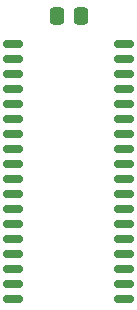
<source format=gtp>
G04 #@! TF.GenerationSoftware,KiCad,Pcbnew,(6.0.11-0)*
G04 #@! TF.CreationDate,2023-06-06T19:26:52+02:00*
G04 #@! TF.ProjectId,soj36_to_dip,736f6a33-365f-4746-9f5f-6469702e6b69,rev?*
G04 #@! TF.SameCoordinates,Original*
G04 #@! TF.FileFunction,Paste,Top*
G04 #@! TF.FilePolarity,Positive*
%FSLAX46Y46*%
G04 Gerber Fmt 4.6, Leading zero omitted, Abs format (unit mm)*
G04 Created by KiCad (PCBNEW (6.0.11-0)) date 2023-06-06 19:26:52*
%MOMM*%
%LPD*%
G01*
G04 APERTURE LIST*
G04 Aperture macros list*
%AMRoundRect*
0 Rectangle with rounded corners*
0 $1 Rounding radius*
0 $2 $3 $4 $5 $6 $7 $8 $9 X,Y pos of 4 corners*
0 Add a 4 corners polygon primitive as box body*
4,1,4,$2,$3,$4,$5,$6,$7,$8,$9,$2,$3,0*
0 Add four circle primitives for the rounded corners*
1,1,$1+$1,$2,$3*
1,1,$1+$1,$4,$5*
1,1,$1+$1,$6,$7*
1,1,$1+$1,$8,$9*
0 Add four rect primitives between the rounded corners*
20,1,$1+$1,$2,$3,$4,$5,0*
20,1,$1+$1,$4,$5,$6,$7,0*
20,1,$1+$1,$6,$7,$8,$9,0*
20,1,$1+$1,$8,$9,$2,$3,0*%
G04 Aperture macros list end*
%ADD10RoundRect,0.250000X0.337500X0.475000X-0.337500X0.475000X-0.337500X-0.475000X0.337500X-0.475000X0*%
%ADD11RoundRect,0.150000X-0.700000X-0.150000X0.700000X-0.150000X0.700000X0.150000X-0.700000X0.150000X0*%
G04 APERTURE END LIST*
D10*
X153521500Y-69367400D03*
X155596500Y-69367400D03*
D11*
X159233600Y-71744400D03*
X159233600Y-73014400D03*
X159233600Y-74284400D03*
X159233600Y-75554400D03*
X159233600Y-76824400D03*
X159233600Y-78094400D03*
X159233600Y-79364400D03*
X159233600Y-80634400D03*
X159233600Y-81904400D03*
X159233600Y-83174400D03*
X159233600Y-84444400D03*
X159233600Y-85714400D03*
X159233600Y-86984400D03*
X159233600Y-88254400D03*
X159233600Y-89524400D03*
X159233600Y-90794400D03*
X159233600Y-92064400D03*
X159233600Y-93334400D03*
X149833600Y-93334400D03*
X149833600Y-92064400D03*
X149833600Y-90794400D03*
X149833600Y-89524400D03*
X149833600Y-88254400D03*
X149833600Y-86984400D03*
X149833600Y-85714400D03*
X149833600Y-84444400D03*
X149833600Y-83174400D03*
X149833600Y-81904400D03*
X149833600Y-80634400D03*
X149833600Y-79364400D03*
X149833600Y-78094400D03*
X149833600Y-76824400D03*
X149833600Y-75554400D03*
X149833600Y-74284400D03*
X149833600Y-73014400D03*
X149833600Y-71744400D03*
M02*

</source>
